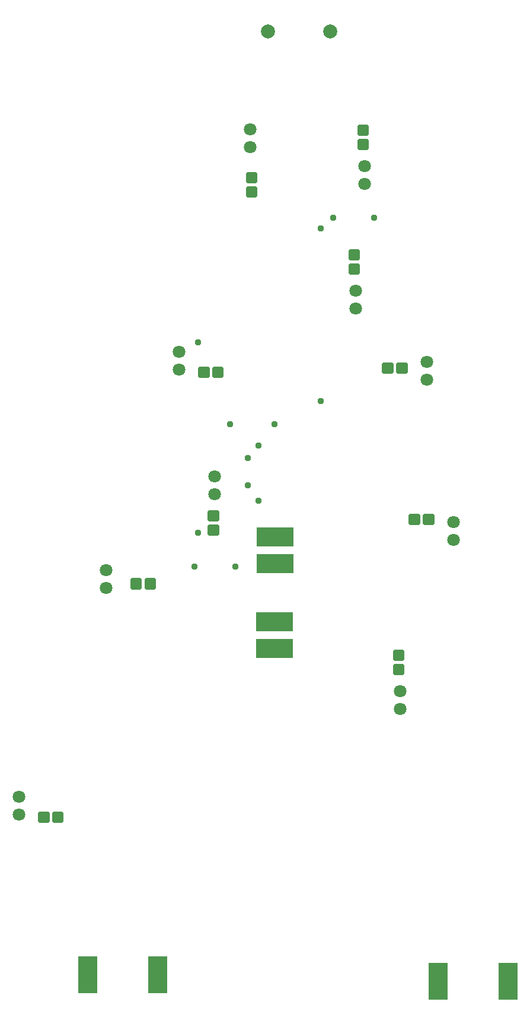
<source format=gbr>
G04 EAGLE Gerber RS-274X export*
G75*
%MOMM*%
%FSLAX34Y34*%
%LPD*%
%INSoldermask Bottom*%
%IPPOS*%
%AMOC8*
5,1,8,0,0,1.08239X$1,22.5*%
G01*
%ADD10R,2.743200X5.283200*%
%ADD11R,5.283200X2.743200*%
%ADD12C,2.003200*%
%ADD13C,1.803200*%
%ADD14C,0.480959*%
%ADD15C,0.959600*%


D10*
X624530Y36210D03*
X724530Y36210D03*
X224530Y45410D03*
X124530Y45410D03*
D11*
X391760Y670190D03*
X391760Y632090D03*
X391270Y549210D03*
X391270Y511110D03*
D12*
X470800Y1391500D03*
D13*
X150600Y622800D03*
X150600Y597400D03*
X254900Y934300D03*
X254900Y908900D03*
X646800Y665900D03*
X646800Y691300D03*
X305700Y756500D03*
X305700Y731100D03*
X608700Y894500D03*
X608700Y919900D03*
X519800Y1173900D03*
X519800Y1199300D03*
X356500Y1251800D03*
X356500Y1226400D03*
X570600Y424600D03*
X570600Y450000D03*
X26300Y299300D03*
X26300Y273900D03*
X507100Y996100D03*
X507100Y1021500D03*
D12*
X381900Y1391500D03*
D14*
X199111Y597589D02*
X187889Y597589D01*
X187889Y608811D01*
X199111Y608811D01*
X199111Y597589D01*
X199111Y602158D02*
X187889Y602158D01*
X187889Y606727D02*
X199111Y606727D01*
X208079Y597589D02*
X219301Y597589D01*
X208079Y597589D02*
X208079Y608811D01*
X219301Y608811D01*
X219301Y597589D01*
X219301Y602158D02*
X208079Y602158D01*
X208079Y606727D02*
X219301Y606727D01*
X284789Y899189D02*
X296011Y899189D01*
X284789Y899189D02*
X284789Y910411D01*
X296011Y910411D01*
X296011Y899189D01*
X296011Y903758D02*
X284789Y903758D01*
X284789Y908327D02*
X296011Y908327D01*
X304979Y899189D02*
X316201Y899189D01*
X304979Y899189D02*
X304979Y910411D01*
X316201Y910411D01*
X316201Y899189D01*
X316201Y903758D02*
X304979Y903758D01*
X304979Y908327D02*
X316201Y908327D01*
X605689Y701011D02*
X616911Y701011D01*
X616911Y689789D01*
X605689Y689789D01*
X605689Y701011D01*
X605689Y694358D02*
X616911Y694358D01*
X616911Y698927D02*
X605689Y698927D01*
X596721Y701011D02*
X585499Y701011D01*
X596721Y701011D02*
X596721Y689789D01*
X585499Y689789D01*
X585499Y701011D01*
X585499Y694358D02*
X596721Y694358D01*
X596721Y698927D02*
X585499Y698927D01*
X298479Y694589D02*
X298479Y705811D01*
X309701Y705811D01*
X309701Y694589D01*
X298479Y694589D01*
X298479Y699158D02*
X309701Y699158D01*
X309701Y703727D02*
X298479Y703727D01*
X298479Y685621D02*
X298479Y674399D01*
X298479Y685621D02*
X309701Y685621D01*
X309701Y674399D01*
X298479Y674399D01*
X298479Y678968D02*
X309701Y678968D01*
X309701Y683537D02*
X298479Y683537D01*
X567589Y916911D02*
X578811Y916911D01*
X578811Y905689D01*
X567589Y905689D01*
X567589Y916911D01*
X567589Y910258D02*
X578811Y910258D01*
X578811Y914827D02*
X567589Y914827D01*
X558621Y916911D02*
X547399Y916911D01*
X558621Y916911D02*
X558621Y905689D01*
X547399Y905689D01*
X547399Y916911D01*
X547399Y910258D02*
X558621Y910258D01*
X558621Y914827D02*
X547399Y914827D01*
X523211Y1224589D02*
X523211Y1235811D01*
X523211Y1224589D02*
X511989Y1224589D01*
X511989Y1235811D01*
X523211Y1235811D01*
X523211Y1229158D02*
X511989Y1229158D01*
X511989Y1233727D02*
X523211Y1233727D01*
X523211Y1244779D02*
X523211Y1256001D01*
X523211Y1244779D02*
X511989Y1244779D01*
X511989Y1256001D01*
X523211Y1256001D01*
X523211Y1249348D02*
X511989Y1249348D01*
X511989Y1253917D02*
X523211Y1253917D01*
X353089Y1188411D02*
X353089Y1177189D01*
X353089Y1188411D02*
X364311Y1188411D01*
X364311Y1177189D01*
X353089Y1177189D01*
X353089Y1181758D02*
X364311Y1181758D01*
X364311Y1186327D02*
X353089Y1186327D01*
X353089Y1168221D02*
X353089Y1156999D01*
X353089Y1168221D02*
X364311Y1168221D01*
X364311Y1156999D01*
X353089Y1156999D01*
X353089Y1161568D02*
X364311Y1161568D01*
X364311Y1166137D02*
X353089Y1166137D01*
X574011Y486511D02*
X574011Y475289D01*
X562789Y475289D01*
X562789Y486511D01*
X574011Y486511D01*
X574011Y479858D02*
X562789Y479858D01*
X562789Y484427D02*
X574011Y484427D01*
X574011Y495479D02*
X574011Y506701D01*
X574011Y495479D02*
X562789Y495479D01*
X562789Y506701D01*
X574011Y506701D01*
X574011Y500048D02*
X562789Y500048D01*
X562789Y504617D02*
X574011Y504617D01*
X67411Y264189D02*
X56189Y264189D01*
X56189Y275411D01*
X67411Y275411D01*
X67411Y264189D01*
X67411Y268758D02*
X56189Y268758D01*
X56189Y273327D02*
X67411Y273327D01*
X76379Y264189D02*
X87601Y264189D01*
X76379Y264189D02*
X76379Y275411D01*
X87601Y275411D01*
X87601Y264189D01*
X87601Y268758D02*
X76379Y268758D01*
X76379Y273327D02*
X87601Y273327D01*
X510511Y1046789D02*
X510511Y1058011D01*
X510511Y1046789D02*
X499289Y1046789D01*
X499289Y1058011D01*
X510511Y1058011D01*
X510511Y1051358D02*
X499289Y1051358D01*
X499289Y1055927D02*
X510511Y1055927D01*
X510511Y1066979D02*
X510511Y1078201D01*
X510511Y1066979D02*
X499289Y1066979D01*
X499289Y1078201D01*
X510511Y1078201D01*
X510511Y1071548D02*
X499289Y1071548D01*
X499289Y1076117D02*
X510511Y1076117D01*
D15*
X533400Y1125220D03*
X474980Y1125220D03*
X281940Y675640D03*
X281940Y947420D03*
X353430Y743850D03*
X353060Y782320D03*
X327660Y830580D03*
X391160Y830580D03*
X276860Y627380D03*
X335280Y627380D03*
X368300Y800100D03*
X457200Y863600D03*
X457200Y1109980D03*
X368300Y721360D03*
M02*

</source>
